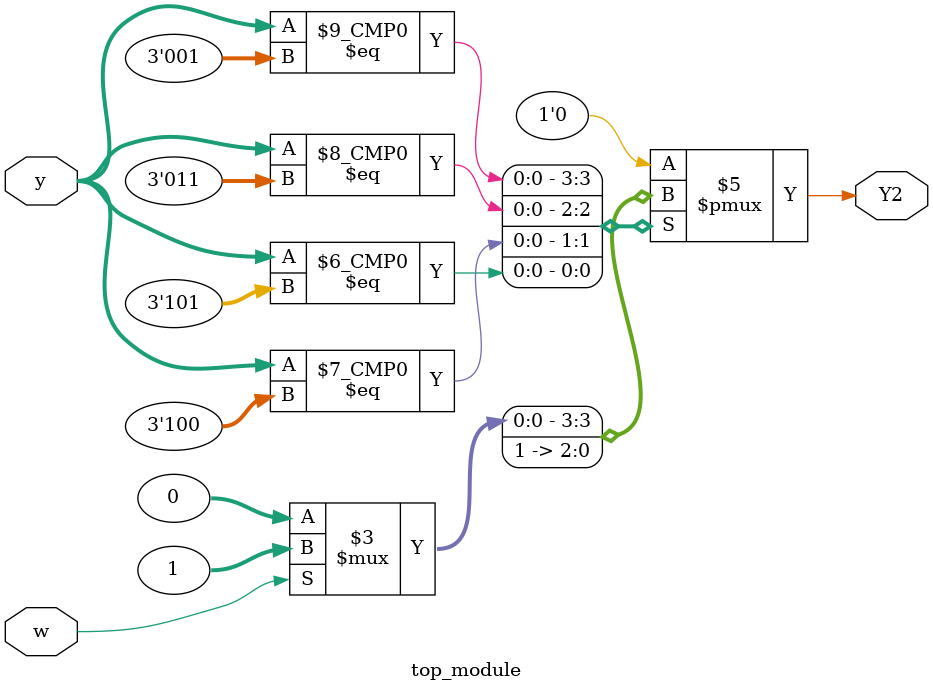
<source format=sv>
module top_module(
    input [3:1] y,
    input w,
    output reg Y2);

    // State encoding
    parameter A = 3'b000,
              B = 3'b001,
              C = 3'b010,
              D = 3'b011,
              E = 3'b100,
              F = 3'b101;

    always @(*) begin
        case (y)
            A: Y2 = 0;
            B: Y2 = (w == 0) ? 0 : 1;
            C: Y2 = 0;
            D: Y2 = 1;
            E: Y2 = 1;
            F: Y2 = 1;
            default: Y2 = 0;
        endcase
    end
endmodule

</source>
